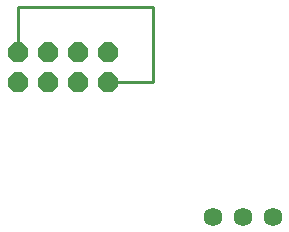
<source format=gbl>
G75*
%MOIN*%
%OFA0B0*%
%FSLAX25Y25*%
%IPPOS*%
%LPD*%
%AMOC8*
5,1,8,0,0,1.08239X$1,22.5*
%
%ADD10C,0.06260*%
%ADD11OC8,0.06600*%
%ADD12C,0.01000*%
D10*
X0086000Y0236000D03*
X0096000Y0236000D03*
X0106000Y0236000D03*
D11*
X0051000Y0281000D03*
X0041000Y0281000D03*
X0041000Y0291000D03*
X0051000Y0291000D03*
X0031000Y0291000D03*
X0021000Y0291000D03*
X0021000Y0281000D03*
X0031000Y0281000D03*
D12*
X0021000Y0291000D02*
X0021000Y0306000D01*
X0066000Y0306000D01*
X0066000Y0281000D01*
X0051000Y0281000D01*
M02*

</source>
